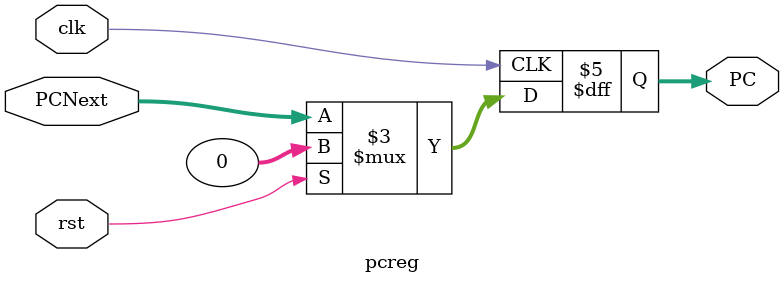
<source format=sv>
module pcreg #(parameter W = 32)(
    input logic clk,
    input logic rst,
    input logic [W-1: 0] PCNext,
    output logic [W-1: 0] PC
);

always_ff@(posedge clk)
    if (rst) PC <= {W{1'b0}};
    else PC <= PCNext;

endmodule
</source>
